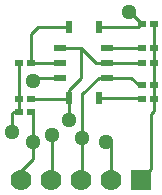
<source format=gtl>
G04 Layer_Physical_Order=1*
G04 Layer_Color=255*
%FSLAX24Y24*%
%MOIN*%
G70*
G01*
G75*
%ADD10R,0.0250X0.0200*%
%ADD11R,0.0236X0.0394*%
%ADD12R,0.0394X0.0236*%
%ADD13C,0.0100*%
%ADD14C,0.0700*%
%ADD15R,0.0700X0.0700*%
%ADD16C,0.0512*%
D10*
X4787Y3300D02*
D03*
X5200D02*
D03*
X4787Y5000D02*
D03*
X5200D02*
D03*
X4787Y4500D02*
D03*
X5200D02*
D03*
X1100Y3300D02*
D03*
X687D02*
D03*
Y4500D02*
D03*
X1100D02*
D03*
X5200Y5800D02*
D03*
X4787D02*
D03*
X687Y2850D02*
D03*
X1100D02*
D03*
X5213Y3750D02*
D03*
X4800D02*
D03*
D11*
X3350Y5681D02*
D03*
X2350D02*
D03*
Y3319D02*
D03*
X3350D02*
D03*
D12*
X2063Y4500D02*
D03*
Y4992D02*
D03*
Y4008D02*
D03*
X3637D02*
D03*
Y4500D02*
D03*
Y4992D02*
D03*
D13*
X4679D01*
X3350Y3319D02*
X4668D01*
X1100Y4500D02*
X2063D01*
X687Y3300D02*
Y4500D01*
X3637Y4500D02*
X4687D01*
X5200Y5000D02*
Y5800D01*
Y4500D02*
Y5000D01*
X4750Y600D02*
X5100Y950D01*
X750Y600D02*
Y900D01*
X3637Y4008D02*
X4442D01*
X1258D02*
X2063D01*
X1150Y3900D02*
X1258Y4008D01*
X687Y2850D02*
Y3300D01*
X1750Y600D02*
X1800Y650D01*
X1331Y5681D02*
X2350D01*
X1100Y5450D02*
X1331Y5681D01*
X1100Y4500D02*
Y5450D01*
X5200Y2900D02*
Y3300D01*
X5100Y2800D02*
X5200Y2900D01*
Y3300D02*
Y4500D01*
X5100Y950D02*
Y2800D01*
X4700Y3750D02*
X4800D01*
X4442Y4008D02*
X4700Y3750D01*
X1100Y3300D02*
X2331D01*
X2350Y3319D01*
X2750Y600D02*
X2800Y650D01*
X2350Y2600D02*
Y3319D01*
X2800Y2000D02*
Y3500D01*
Y650D02*
Y2000D01*
X1800Y650D02*
Y2100D01*
X1100Y2850D02*
X1150Y2800D01*
Y1850D02*
Y2800D01*
Y1300D02*
Y1850D01*
X750Y900D02*
X1150Y1300D01*
X500Y2850D02*
X687D01*
X450Y2800D02*
X500Y2850D01*
X450Y2200D02*
Y2800D01*
X2063Y4992D02*
X2758D01*
X3250Y4500D01*
X3637D01*
X2350Y3319D02*
Y3600D01*
X2758Y4008D01*
Y4992D01*
X2800Y3500D02*
X2842D01*
X3350Y4008D01*
X3637D01*
X4350Y6200D02*
X4387D01*
X3350Y5681D02*
X4681D01*
X4793Y5793D01*
X4387Y6200D02*
X4793Y5793D01*
X3600Y1850D02*
X3700D01*
X3750Y600D02*
Y1800D01*
X3700Y1850D02*
X3750Y1800D01*
D14*
X1750Y600D02*
D03*
X2750D02*
D03*
X3750D02*
D03*
X750D02*
D03*
D15*
X4750D02*
D03*
D16*
X1150Y3900D02*
D03*
X2350Y2600D02*
D03*
X2800Y2000D02*
D03*
X1800Y2100D02*
D03*
X1150Y1850D02*
D03*
X450Y2200D02*
D03*
X4350Y6200D02*
D03*
X3600Y1850D02*
D03*
M02*

</source>
